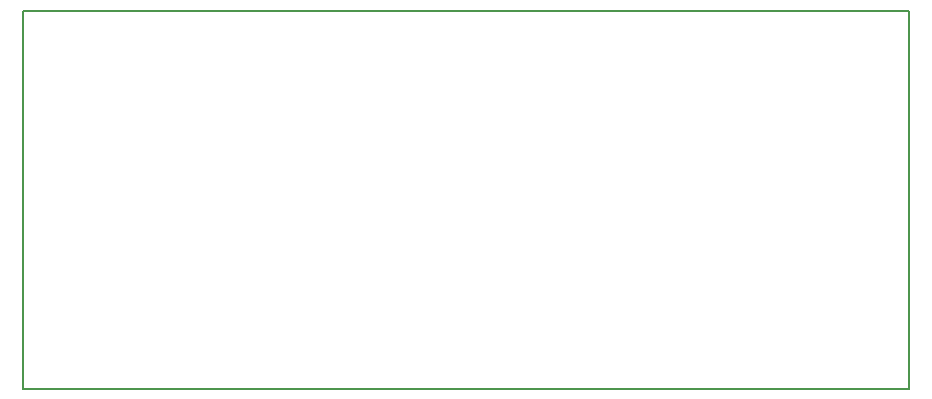
<source format=gbr>
G04 #@! TF.FileFunction,Profile,NP*
%FSLAX46Y46*%
G04 Gerber Fmt 4.6, Leading zero omitted, Abs format (unit mm)*
G04 Created by KiCad (PCBNEW 4.0.2+dfsg1-stable) date Pi  1. marec 2019, 16:05:38 CET*
%MOMM*%
G01*
G04 APERTURE LIST*
%ADD10C,0.100000*%
%ADD11C,0.150000*%
G04 APERTURE END LIST*
D10*
D11*
X212000000Y-45000000D02*
X137000000Y-45000000D01*
X212000000Y-77000000D02*
X212000000Y-45000000D01*
X137000000Y-77000000D02*
X212000000Y-77000000D01*
X137000000Y-45000000D02*
X137000000Y-77000000D01*
M02*

</source>
